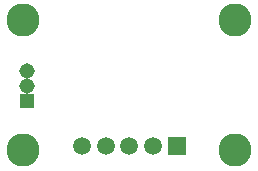
<source format=gbr>
G04 EAGLE Gerber RS-274X export*
G75*
%MOMM*%
%FSLAX34Y34*%
%LPD*%
%INSoldermask Bottom*%
%IPPOS*%
%AMOC8*
5,1,8,0,0,1.08239X$1,22.5*%
G01*
%ADD10C,2.803200*%
%ADD11R,1.311200X1.311200*%
%ADD12C,1.311200*%
%ADD13R,1.511200X1.511200*%
%ADD14C,1.511200*%


D10*
X22098Y132080D03*
X22098Y22098D03*
X201930Y22098D03*
X201930Y132080D03*
D11*
X25400Y63500D03*
D12*
X25400Y76200D03*
X25400Y88900D03*
D13*
X152400Y25400D03*
D14*
X132400Y25400D03*
X112400Y25400D03*
X92400Y25400D03*
X72400Y25400D03*
M02*

</source>
